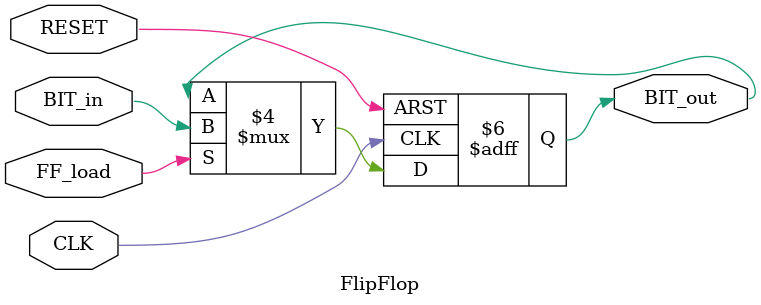
<source format=v>
`timescale 1ns / 1ps
module FlipFlop(
    input CLK,
    input RESET,
    input BIT_in,
    input FF_load,
    output reg BIT_out
    );
	always @ (posedge CLK or negedge RESET)
	begin
		if(RESET == 0)
			BIT_out <= 1'b0;
		else if(FF_load == 1)
			BIT_out <= BIT_in;
	end
endmodule

</source>
